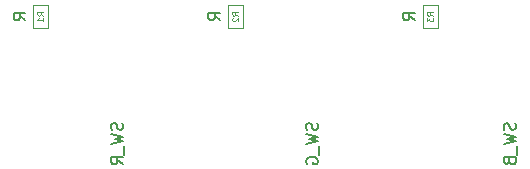
<source format=gbr>
G04 #@! TF.FileFunction,Other,Fab,Bot*
%FSLAX46Y46*%
G04 Gerber Fmt 4.6, Leading zero omitted, Abs format (unit mm)*
G04 Created by KiCad (PCBNEW 4.0.5) date *
%MOMM*%
%LPD*%
G01*
G04 APERTURE LIST*
%ADD10C,0.100000*%
%ADD11C,0.150000*%
%ADD12C,0.075000*%
G04 APERTURE END LIST*
D10*
X122380000Y-66250000D02*
X123620000Y-66250000D01*
X122380000Y-68250000D02*
X122380000Y-66250000D01*
X123620000Y-68250000D02*
X122380000Y-68250000D01*
X123620000Y-66250000D02*
X123620000Y-68250000D01*
X138880000Y-66250000D02*
X140120000Y-66250000D01*
X138880000Y-68250000D02*
X138880000Y-66250000D01*
X140120000Y-68250000D02*
X138880000Y-68250000D01*
X140120000Y-66250000D02*
X140120000Y-68250000D01*
X155380000Y-66250000D02*
X156620000Y-66250000D01*
X155380000Y-68250000D02*
X155380000Y-66250000D01*
X156620000Y-68250000D02*
X155380000Y-68250000D01*
X156620000Y-66250000D02*
X156620000Y-68250000D01*
D11*
X121702381Y-67559524D02*
X121226190Y-67226190D01*
X121702381Y-66988095D02*
X120702381Y-66988095D01*
X120702381Y-67369048D01*
X120750000Y-67464286D01*
X120797619Y-67511905D01*
X120892857Y-67559524D01*
X121035714Y-67559524D01*
X121130952Y-67511905D01*
X121178571Y-67464286D01*
X121226190Y-67369048D01*
X121226190Y-66988095D01*
D12*
X123226190Y-67166667D02*
X122988095Y-67000000D01*
X123226190Y-66880953D02*
X122726190Y-66880953D01*
X122726190Y-67071429D01*
X122750000Y-67119048D01*
X122773810Y-67142857D01*
X122821429Y-67166667D01*
X122892857Y-67166667D01*
X122940476Y-67142857D01*
X122964286Y-67119048D01*
X122988095Y-67071429D01*
X122988095Y-66880953D01*
X123226190Y-67642857D02*
X123226190Y-67357143D01*
X123226190Y-67500000D02*
X122726190Y-67500000D01*
X122797619Y-67452381D01*
X122845238Y-67404762D01*
X122869048Y-67357143D01*
D11*
X138202381Y-67559524D02*
X137726190Y-67226190D01*
X138202381Y-66988095D02*
X137202381Y-66988095D01*
X137202381Y-67369048D01*
X137250000Y-67464286D01*
X137297619Y-67511905D01*
X137392857Y-67559524D01*
X137535714Y-67559524D01*
X137630952Y-67511905D01*
X137678571Y-67464286D01*
X137726190Y-67369048D01*
X137726190Y-66988095D01*
D12*
X139726190Y-67166667D02*
X139488095Y-67000000D01*
X139726190Y-66880953D02*
X139226190Y-66880953D01*
X139226190Y-67071429D01*
X139250000Y-67119048D01*
X139273810Y-67142857D01*
X139321429Y-67166667D01*
X139392857Y-67166667D01*
X139440476Y-67142857D01*
X139464286Y-67119048D01*
X139488095Y-67071429D01*
X139488095Y-66880953D01*
X139273810Y-67357143D02*
X139250000Y-67380953D01*
X139226190Y-67428572D01*
X139226190Y-67547619D01*
X139250000Y-67595238D01*
X139273810Y-67619048D01*
X139321429Y-67642857D01*
X139369048Y-67642857D01*
X139440476Y-67619048D01*
X139726190Y-67333334D01*
X139726190Y-67642857D01*
D11*
X154702381Y-67559524D02*
X154226190Y-67226190D01*
X154702381Y-66988095D02*
X153702381Y-66988095D01*
X153702381Y-67369048D01*
X153750000Y-67464286D01*
X153797619Y-67511905D01*
X153892857Y-67559524D01*
X154035714Y-67559524D01*
X154130952Y-67511905D01*
X154178571Y-67464286D01*
X154226190Y-67369048D01*
X154226190Y-66988095D01*
D12*
X156226190Y-67166667D02*
X155988095Y-67000000D01*
X156226190Y-66880953D02*
X155726190Y-66880953D01*
X155726190Y-67071429D01*
X155750000Y-67119048D01*
X155773810Y-67142857D01*
X155821429Y-67166667D01*
X155892857Y-67166667D01*
X155940476Y-67142857D01*
X155964286Y-67119048D01*
X155988095Y-67071429D01*
X155988095Y-66880953D01*
X155726190Y-67333334D02*
X155726190Y-67642857D01*
X155916667Y-67476191D01*
X155916667Y-67547619D01*
X155940476Y-67595238D01*
X155964286Y-67619048D01*
X156011905Y-67642857D01*
X156130952Y-67642857D01*
X156178571Y-67619048D01*
X156202381Y-67595238D01*
X156226190Y-67547619D01*
X156226190Y-67404762D01*
X156202381Y-67357143D01*
X156178571Y-67333334D01*
D11*
X129920762Y-76261905D02*
X129968381Y-76404762D01*
X129968381Y-76642858D01*
X129920762Y-76738096D01*
X129873143Y-76785715D01*
X129777905Y-76833334D01*
X129682667Y-76833334D01*
X129587429Y-76785715D01*
X129539810Y-76738096D01*
X129492190Y-76642858D01*
X129444571Y-76452381D01*
X129396952Y-76357143D01*
X129349333Y-76309524D01*
X129254095Y-76261905D01*
X129158857Y-76261905D01*
X129063619Y-76309524D01*
X129016000Y-76357143D01*
X128968381Y-76452381D01*
X128968381Y-76690477D01*
X129016000Y-76833334D01*
X128968381Y-77166667D02*
X129968381Y-77404762D01*
X129254095Y-77595239D01*
X129968381Y-77785715D01*
X128968381Y-78023810D01*
X130063619Y-78166667D02*
X130063619Y-78928572D01*
X129968381Y-79738096D02*
X129492190Y-79404762D01*
X129968381Y-79166667D02*
X128968381Y-79166667D01*
X128968381Y-79547620D01*
X129016000Y-79642858D01*
X129063619Y-79690477D01*
X129158857Y-79738096D01*
X129301714Y-79738096D01*
X129396952Y-79690477D01*
X129444571Y-79642858D01*
X129492190Y-79547620D01*
X129492190Y-79166667D01*
X146420762Y-76261905D02*
X146468381Y-76404762D01*
X146468381Y-76642858D01*
X146420762Y-76738096D01*
X146373143Y-76785715D01*
X146277905Y-76833334D01*
X146182667Y-76833334D01*
X146087429Y-76785715D01*
X146039810Y-76738096D01*
X145992190Y-76642858D01*
X145944571Y-76452381D01*
X145896952Y-76357143D01*
X145849333Y-76309524D01*
X145754095Y-76261905D01*
X145658857Y-76261905D01*
X145563619Y-76309524D01*
X145516000Y-76357143D01*
X145468381Y-76452381D01*
X145468381Y-76690477D01*
X145516000Y-76833334D01*
X145468381Y-77166667D02*
X146468381Y-77404762D01*
X145754095Y-77595239D01*
X146468381Y-77785715D01*
X145468381Y-78023810D01*
X146563619Y-78166667D02*
X146563619Y-78928572D01*
X145516000Y-79690477D02*
X145468381Y-79595239D01*
X145468381Y-79452382D01*
X145516000Y-79309524D01*
X145611238Y-79214286D01*
X145706476Y-79166667D01*
X145896952Y-79119048D01*
X146039810Y-79119048D01*
X146230286Y-79166667D01*
X146325524Y-79214286D01*
X146420762Y-79309524D01*
X146468381Y-79452382D01*
X146468381Y-79547620D01*
X146420762Y-79690477D01*
X146373143Y-79738096D01*
X146039810Y-79738096D01*
X146039810Y-79547620D01*
X163170762Y-76261905D02*
X163218381Y-76404762D01*
X163218381Y-76642858D01*
X163170762Y-76738096D01*
X163123143Y-76785715D01*
X163027905Y-76833334D01*
X162932667Y-76833334D01*
X162837429Y-76785715D01*
X162789810Y-76738096D01*
X162742190Y-76642858D01*
X162694571Y-76452381D01*
X162646952Y-76357143D01*
X162599333Y-76309524D01*
X162504095Y-76261905D01*
X162408857Y-76261905D01*
X162313619Y-76309524D01*
X162266000Y-76357143D01*
X162218381Y-76452381D01*
X162218381Y-76690477D01*
X162266000Y-76833334D01*
X162218381Y-77166667D02*
X163218381Y-77404762D01*
X162504095Y-77595239D01*
X163218381Y-77785715D01*
X162218381Y-78023810D01*
X163313619Y-78166667D02*
X163313619Y-78928572D01*
X162694571Y-79500001D02*
X162742190Y-79642858D01*
X162789810Y-79690477D01*
X162885048Y-79738096D01*
X163027905Y-79738096D01*
X163123143Y-79690477D01*
X163170762Y-79642858D01*
X163218381Y-79547620D01*
X163218381Y-79166667D01*
X162218381Y-79166667D01*
X162218381Y-79500001D01*
X162266000Y-79595239D01*
X162313619Y-79642858D01*
X162408857Y-79690477D01*
X162504095Y-79690477D01*
X162599333Y-79642858D01*
X162646952Y-79595239D01*
X162694571Y-79500001D01*
X162694571Y-79166667D01*
M02*

</source>
